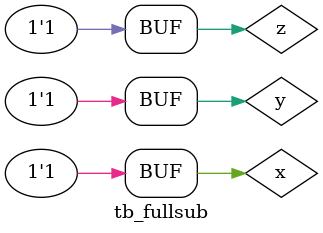
<source format=v>
module tb_fullsub;
	
	reg x,y,z;
	wire D,B;

	fullsub fs1(D,B,x,y,z);

	initial
		begin
			$monitor($time," - x=%b y=%b z=%b D=%b B=%b",x,y,z,D,B);
		end

	initial
		begin
		x=1'b0;y=1'b0;z=1'b0;
		#1 x=1'b0;y=1'b0;z=1'b1;
		#1 x=1'b0;y=1'b1;z=1'b0;
		#1 x=1'b0;y=1'b1;z=1'b1;
		#1 x=1'b1;y=1'b0;z=1'b0;
		#1 x=1'b1;y=1'b0;z=1'b1;
		#1 x=1'b1;y=1'b1;z=1'b0;
		#1 x=1'b1;y=1'b1;z=1'b1;

		end

endmodule

</source>
